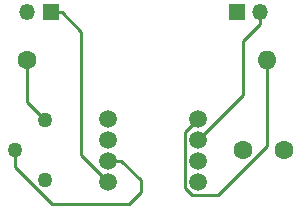
<source format=gtl>
G04 #@! TF.GenerationSoftware,KiCad,Pcbnew,(5.1.5)-3*
G04 #@! TF.CreationDate,2020-05-23T13:54:13+05:30*
G04 #@! TF.ProjectId,555 square wave,35353520-7371-4756-9172-652077617665,rev?*
G04 #@! TF.SameCoordinates,Original*
G04 #@! TF.FileFunction,Copper,L1,Top*
G04 #@! TF.FilePolarity,Positive*
%FSLAX46Y46*%
G04 Gerber Fmt 4.6, Leading zero omitted, Abs format (unit mm)*
G04 Created by KiCad (PCBNEW (5.1.5)-3) date 2020-05-23 13:54:13*
%MOMM*%
%LPD*%
G04 APERTURE LIST*
%ADD10C,1.600000*%
%ADD11O,1.350000X1.350000*%
%ADD12R,1.350000X1.350000*%
%ADD13O,1.600000X1.600000*%
%ADD14C,1.260000*%
%ADD15C,1.500000*%
%ADD16C,0.250000*%
G04 APERTURE END LIST*
D10*
X138684000Y-102616000D03*
X142184000Y-102616000D03*
D11*
X120428000Y-90932000D03*
D12*
X122428000Y-90932000D03*
X138176000Y-90932000D03*
D11*
X140176000Y-90932000D03*
D13*
X140716000Y-94996000D03*
D10*
X120396000Y-94996000D03*
D14*
X121920000Y-105156000D03*
X119380000Y-102616000D03*
X121920000Y-100076000D03*
D15*
X134874000Y-99961000D03*
X127254000Y-99961000D03*
X134874000Y-101731000D03*
X127254000Y-101731000D03*
X134874000Y-103501000D03*
X127254000Y-103501000D03*
X134874000Y-105271000D03*
X127254000Y-105271000D03*
D16*
X123353000Y-90932000D02*
X124968000Y-92547000D01*
X122428000Y-90932000D02*
X123353000Y-90932000D01*
X124968000Y-102985000D02*
X127254000Y-105271000D01*
X124968000Y-92547000D02*
X124968000Y-102985000D01*
X136619001Y-106346001D02*
X140716000Y-102249002D01*
X134357999Y-106346001D02*
X136619001Y-106346001D01*
X133798999Y-105787001D02*
X134357999Y-106346001D01*
X134874000Y-99961000D02*
X133798999Y-101036001D01*
X133798999Y-101036001D02*
X133798999Y-105787001D01*
X140716000Y-102249002D02*
X140716000Y-94996000D01*
X140176000Y-91886594D02*
X138684000Y-93378594D01*
X140176000Y-90932000D02*
X140176000Y-91886594D01*
X138684000Y-97921000D02*
X134874000Y-101731000D01*
X138684000Y-93378594D02*
X138684000Y-97921000D01*
X120396000Y-98552000D02*
X121920000Y-100076000D01*
X120396000Y-94996000D02*
X120396000Y-98552000D01*
X119380000Y-104029402D02*
X122538598Y-107188000D01*
X119380000Y-102616000D02*
X119380000Y-104029402D01*
X122538598Y-107188000D02*
X129032000Y-107188000D01*
X129032000Y-107188000D02*
X130048000Y-106172000D01*
X130048000Y-106172000D02*
X130048000Y-105156000D01*
X128393000Y-103501000D02*
X127254000Y-103501000D01*
X130048000Y-105156000D02*
X128393000Y-103501000D01*
M02*

</source>
